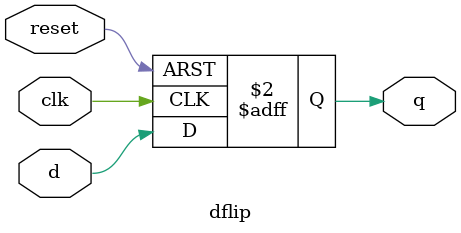
<source format=sv>
module dflip(input wire clk, reset, d, output  reg q );

always @(posedge clk or posedge reset) begin
    if (reset)
        q <= 1'b0;
    else
        q <= d;
end
endmodule
</source>
